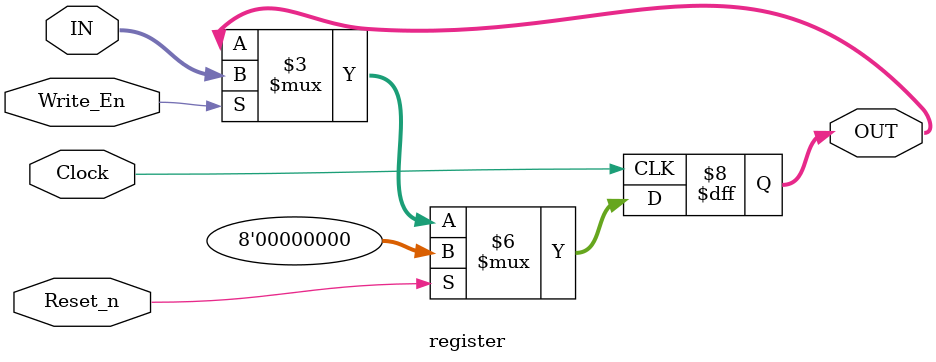
<source format=v>
module register (Clock, Reset_n, Write_En, IN, OUT);
    parameter n = 8;                       
    input Clock, Reset_n, Write_En;
    input [n-1:0] IN;
    output reg [n-1:0] OUT;

    always @ (posedge Clock) begin
        if (Reset_n == 1)  OUT <= 0;        //Reset is active high
        else if (Write_En) OUT <= IN;       //If Write_En is high then write IN onto register
    end
endmodule // register
</source>
